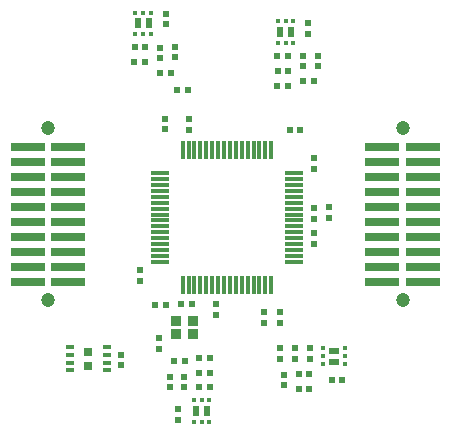
<source format=gts>
G04 #@! TF.FileFunction,Soldermask,Top*
%FSLAX46Y46*%
G04 Gerber Fmt 4.6, Leading zero omitted, Abs format (unit mm)*
G04 Created by KiCad (PCBNEW 4.1.0-alpha+201605071002+6776~44~ubuntu14.04.1-product) date Sun 24 Jul 2016 22:36:45 BST*
%MOMM*%
%LPD*%
G01*
G04 APERTURE LIST*
%ADD10C,0.100000*%
%ADD11R,2.920000X0.740000*%
%ADD12R,0.300000X1.500000*%
%ADD13R,1.500000X0.300000*%
%ADD14C,1.200000*%
%ADD15R,0.620000X0.620000*%
%ADD16R,0.325000X0.300000*%
%ADD17R,0.952000X0.615000*%
%ADD18R,0.650000X0.350000*%
%ADD19R,0.802000X0.802000*%
%ADD20R,0.950000X0.850000*%
%ADD21R,0.300000X0.325000*%
%ADD22R,0.615000X0.952000*%
G04 APERTURE END LIST*
D10*
D11*
X83285000Y-94285000D03*
X86715000Y-94285000D03*
X83285000Y-95555000D03*
X86715000Y-95555000D03*
X83285000Y-96825000D03*
X86715000Y-96825000D03*
X83285000Y-98095000D03*
X86715000Y-98095000D03*
X83285000Y-99365000D03*
X86715000Y-99365000D03*
X83285000Y-100635000D03*
X86715000Y-100635000D03*
X83285000Y-101905000D03*
X86715000Y-101905000D03*
X83285000Y-103175000D03*
X86715000Y-103175000D03*
X83285000Y-104445000D03*
X86715000Y-104445000D03*
X83285000Y-105715000D03*
X86715000Y-105715000D03*
D12*
X96379340Y-105989360D03*
X96879340Y-105989360D03*
X97379340Y-105989360D03*
X97879340Y-105989360D03*
X98379340Y-105989360D03*
X98879340Y-105989360D03*
X99379340Y-105989360D03*
X99879340Y-105989360D03*
X100379340Y-105989360D03*
X100879340Y-105989360D03*
X101379340Y-105989360D03*
X101879340Y-105989360D03*
X102379340Y-105989360D03*
X102879340Y-105989360D03*
X103379340Y-105989360D03*
X103879340Y-105989360D03*
D13*
X105829340Y-104039360D03*
X105829340Y-103539360D03*
X105829340Y-103039360D03*
X105829340Y-102539360D03*
X105829340Y-102039360D03*
X105829340Y-101539360D03*
X105829340Y-101039360D03*
X105829340Y-100539360D03*
X105829340Y-100039360D03*
X105829340Y-99539360D03*
X105829340Y-99039360D03*
X105829340Y-98539360D03*
X105829340Y-98039360D03*
X105829340Y-97539360D03*
X105829340Y-97039360D03*
X105829340Y-96539360D03*
D12*
X103879340Y-94589360D03*
X103379340Y-94589360D03*
X102879340Y-94589360D03*
X102379340Y-94589360D03*
X101879340Y-94589360D03*
X101379340Y-94589360D03*
X100879340Y-94589360D03*
X100379340Y-94589360D03*
X99879340Y-94589360D03*
X99379340Y-94589360D03*
X98879340Y-94589360D03*
X98379340Y-94589360D03*
X97879340Y-94589360D03*
X97379340Y-94589360D03*
X96879340Y-94589360D03*
X96379340Y-94589360D03*
D13*
X94429340Y-96539360D03*
X94429340Y-97039360D03*
X94429340Y-97539360D03*
X94429340Y-98039360D03*
X94429340Y-98539360D03*
X94429340Y-99039360D03*
X94429340Y-99539360D03*
X94429340Y-100039360D03*
X94429340Y-100539360D03*
X94429340Y-101039360D03*
X94429340Y-101539360D03*
X94429340Y-102039360D03*
X94429340Y-102539360D03*
X94429340Y-103039360D03*
X94429340Y-103539360D03*
X94429340Y-104039360D03*
D11*
X113285000Y-94285000D03*
X116715000Y-94285000D03*
X113285000Y-95555000D03*
X116715000Y-95555000D03*
X113285000Y-96825000D03*
X116715000Y-96825000D03*
X113285000Y-98095000D03*
X116715000Y-98095000D03*
X113285000Y-99365000D03*
X116715000Y-99365000D03*
X113285000Y-100635000D03*
X116715000Y-100635000D03*
X113285000Y-101905000D03*
X116715000Y-101905000D03*
X113285000Y-103175000D03*
X116715000Y-103175000D03*
X113285000Y-104445000D03*
X116715000Y-104445000D03*
X113285000Y-105715000D03*
X116715000Y-105715000D03*
D14*
X115000000Y-107305000D03*
X115000000Y-92695000D03*
D15*
X105442600Y-92900500D03*
X106342600Y-92900500D03*
X94388940Y-111399740D03*
X94388940Y-110499740D03*
X96817600Y-89494360D03*
X95917600Y-89494360D03*
X104923485Y-114488837D03*
X104923485Y-113588837D03*
D16*
X108268885Y-111369537D03*
X108268885Y-112019537D03*
X108268885Y-112669537D03*
X110093885Y-112669537D03*
X110093885Y-112019537D03*
X110093885Y-111369537D03*
D17*
X109181385Y-112486037D03*
X109181385Y-111553037D03*
D15*
X103243380Y-109215340D03*
X103243380Y-108315340D03*
X92778580Y-105661880D03*
X92778580Y-104761880D03*
X107528360Y-101632600D03*
X107528360Y-102532600D03*
X94068480Y-107657900D03*
X94968480Y-107657900D03*
X95003620Y-83944460D03*
X95003620Y-83044460D03*
X94475300Y-85900260D03*
X94475300Y-86800260D03*
X104598365Y-112233317D03*
X104598365Y-111333317D03*
X93226040Y-85887560D03*
X92326040Y-85887560D03*
D18*
X89954700Y-113225780D03*
X89954700Y-112575780D03*
X89954700Y-111925780D03*
X89954700Y-111275780D03*
X86854700Y-111275780D03*
X86854700Y-111925780D03*
X86854700Y-112575780D03*
X86854700Y-113225780D03*
D19*
X88404700Y-112850780D03*
X88404700Y-111650780D03*
D15*
X107007660Y-84750480D03*
X107007660Y-83850480D03*
X96242720Y-107632500D03*
X97142720Y-107632500D03*
X94899480Y-91937420D03*
X94899480Y-92837420D03*
X104584500Y-109197560D03*
X104584500Y-108297560D03*
X96890840Y-92888220D03*
X96890840Y-91988220D03*
X107482640Y-96167360D03*
X107482640Y-95267360D03*
X91183460Y-111899280D03*
X91183460Y-112799280D03*
D14*
X85000000Y-107305000D03*
X85000000Y-92695000D03*
D15*
X99179380Y-108534620D03*
X99179380Y-107634620D03*
D20*
X97288180Y-109023460D03*
X95838180Y-109023460D03*
X95838180Y-110173460D03*
X97288180Y-110173460D03*
D15*
X105295700Y-89151460D03*
X104395700Y-89151460D03*
X97778778Y-112163748D03*
X98678778Y-112163748D03*
X107470360Y-88742520D03*
X106570360Y-88742520D03*
X107800140Y-87503000D03*
X107800140Y-86603000D03*
X95735140Y-86736340D03*
X95735140Y-85836340D03*
X95272218Y-113758868D03*
X95272218Y-114658868D03*
X105311360Y-87848440D03*
X104411360Y-87848440D03*
X105298660Y-86583520D03*
X104398660Y-86583520D03*
X106195605Y-114783057D03*
X107095605Y-114783057D03*
X106560620Y-86590300D03*
X106560620Y-87490300D03*
X95985958Y-116511808D03*
X95985958Y-117411808D03*
X109002305Y-114056617D03*
X109902305Y-114056617D03*
X93193020Y-87142320D03*
X92293020Y-87142320D03*
X97794018Y-113421048D03*
X98694018Y-113421048D03*
X105863285Y-112233317D03*
X105863285Y-111333317D03*
X96529518Y-114681308D03*
X96529518Y-113781308D03*
X107095605Y-113558777D03*
X106195605Y-113558777D03*
X97794018Y-114663108D03*
X98694018Y-114663108D03*
X107143445Y-112233317D03*
X107143445Y-111333317D03*
X108767880Y-100320260D03*
X108767880Y-99420260D03*
X107497880Y-99478680D03*
X107497880Y-100378680D03*
X95364720Y-88033860D03*
X94464720Y-88033860D03*
X95647718Y-112445688D03*
X96547718Y-112445688D03*
D21*
X104442500Y-85518220D03*
X105092500Y-85518220D03*
X105742500Y-85518220D03*
X105742500Y-83693220D03*
X105092500Y-83693220D03*
X104442500Y-83693220D03*
D22*
X105559000Y-84605720D03*
X104626000Y-84605720D03*
D21*
X92377500Y-84768060D03*
X93027500Y-84768060D03*
X93677500Y-84768060D03*
X93677500Y-82943060D03*
X93027500Y-82943060D03*
X92377500Y-82943060D03*
D22*
X93494000Y-83855560D03*
X92561000Y-83855560D03*
D21*
X98635178Y-115755308D03*
X97985178Y-115755308D03*
X97335178Y-115755308D03*
X97335178Y-117580308D03*
X97985178Y-117580308D03*
X98635178Y-117580308D03*
D22*
X97518678Y-116667808D03*
X98451678Y-116667808D03*
M02*

</source>
